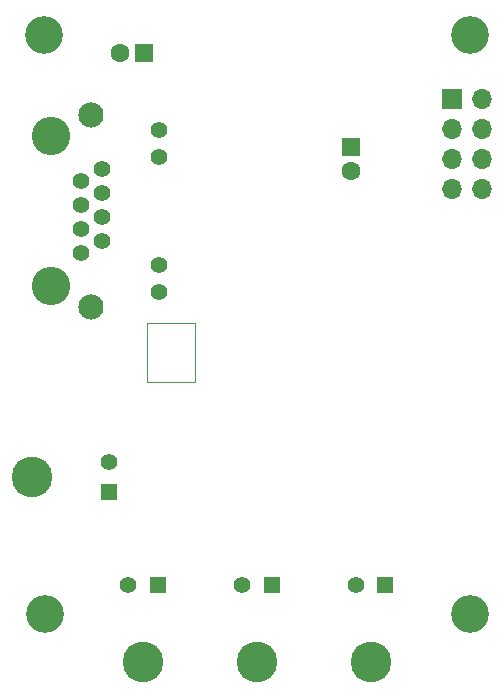
<source format=gbs>
G04 #@! TF.GenerationSoftware,KiCad,Pcbnew,8.0.8*
G04 #@! TF.CreationDate,2025-02-07T18:14:43+09:00*
G04 #@! TF.ProjectId,solenoid valve2020,736f6c65-6e6f-4696-9420-76616c766532,rev?*
G04 #@! TF.SameCoordinates,Original*
G04 #@! TF.FileFunction,Soldermask,Bot*
G04 #@! TF.FilePolarity,Negative*
%FSLAX46Y46*%
G04 Gerber Fmt 4.6, Leading zero omitted, Abs format (unit mm)*
G04 Created by KiCad (PCBNEW 8.0.8) date 2025-02-07 18:14:43*
%MOMM*%
%LPD*%
G01*
G04 APERTURE LIST*
%ADD10C,0.100000*%
%ADD11R,1.700000X1.700000*%
%ADD12O,1.700000X1.700000*%
%ADD13C,3.200000*%
%ADD14C,3.440000*%
%ADD15R,1.400000X1.400000*%
%ADD16C,1.400000*%
%ADD17R,1.600000X1.600000*%
%ADD18C,1.600000*%
%ADD19C,3.251200*%
%ADD20C,1.397000*%
%ADD21C,2.133600*%
G04 APERTURE END LIST*
D10*
G04 #@! TO.C,U2*
X63740000Y-79365000D02*
X67740000Y-79365000D01*
X63740000Y-84365000D02*
X63740000Y-79365000D01*
X67740000Y-79365000D02*
X67740000Y-81865000D01*
X67740000Y-81865000D02*
X67740000Y-84365000D01*
X67740000Y-84365000D02*
X63740000Y-84365000D01*
G04 #@! TD*
D11*
G04 #@! TO.C,JP1*
X89519000Y-60380000D03*
D12*
X92059000Y-60380000D03*
X89519000Y-62920000D03*
X92059000Y-62920000D03*
X89519000Y-65460000D03*
X92059000Y-65460000D03*
X89519000Y-68000000D03*
X92059000Y-68000000D03*
G04 #@! TD*
D13*
G04 #@! TO.C,REF\u002A\u002A*
X55000000Y-55000000D03*
G04 #@! TD*
D14*
G04 #@! TO.C,X0*
X63377000Y-108077000D03*
D15*
X64627000Y-101577000D03*
D16*
X62127000Y-101577000D03*
G04 #@! TD*
D17*
G04 #@! TO.C,C17*
X81000000Y-64493000D03*
D18*
X81000000Y-66493000D03*
G04 #@! TD*
D19*
G04 #@! TO.C,CN1*
X55571000Y-63522000D03*
X55571000Y-76222000D03*
D20*
X58111000Y-73428000D03*
X59889000Y-72412000D03*
X58111000Y-71396000D03*
X59889000Y-70380000D03*
X58111000Y-69364000D03*
X59889000Y-68348000D03*
X58111000Y-67332000D03*
X59889000Y-66316000D03*
X64715000Y-74444000D03*
X64715000Y-76730000D03*
D21*
X59000000Y-61744000D03*
X59000000Y-78000000D03*
D20*
X64715000Y-63014000D03*
X64715000Y-65300000D03*
G04 #@! TD*
D17*
G04 #@! TO.C,C14*
X63455113Y-56500000D03*
D18*
X61455113Y-56500000D03*
G04 #@! TD*
D14*
G04 #@! TO.C,X2*
X82641000Y-108077000D03*
D15*
X83891000Y-101577000D03*
D16*
X81391000Y-101577000D03*
G04 #@! TD*
D14*
G04 #@! TO.C,X1*
X73029000Y-108077000D03*
D15*
X74279000Y-101577000D03*
D16*
X71779000Y-101577000D03*
G04 #@! TD*
D14*
G04 #@! TO.C,X3*
X54000000Y-92413000D03*
D15*
X60500000Y-93663000D03*
D16*
X60500000Y-91163000D03*
G04 #@! TD*
D13*
G04 #@! TO.C,REF\u002A\u002A*
X55033000Y-104026000D03*
G04 #@! TD*
G04 #@! TO.C,REF\u002A\u002A*
X91033000Y-55000000D03*
G04 #@! TD*
G04 #@! TO.C,REF\u002A\u002A*
X91033000Y-104026000D03*
G04 #@! TD*
M02*

</source>
